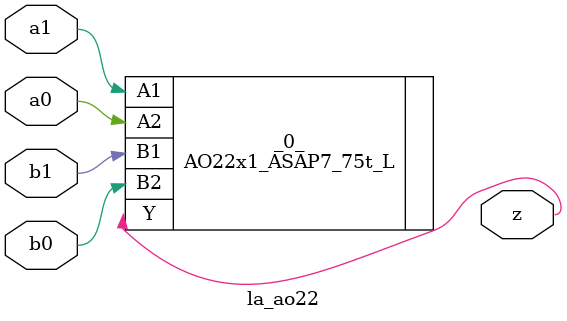
<source format=v>

/* Generated by Yosys 0.37 (git sha1 a5c7f69ed, clang 14.0.0-1ubuntu1.1 -fPIC -Os) */

module la_ao22(a0, a1, b0, b1, z);
  input a0;
  wire a0;
  input a1;
  wire a1;
  input b0;
  wire b0;
  input b1;
  wire b1;
  output z;
  wire z;
  AO22x1_ASAP7_75t_L _0_ (
    .A1(a1),
    .A2(a0),
    .B1(b1),
    .B2(b0),
    .Y(z)
  );
endmodule

</source>
